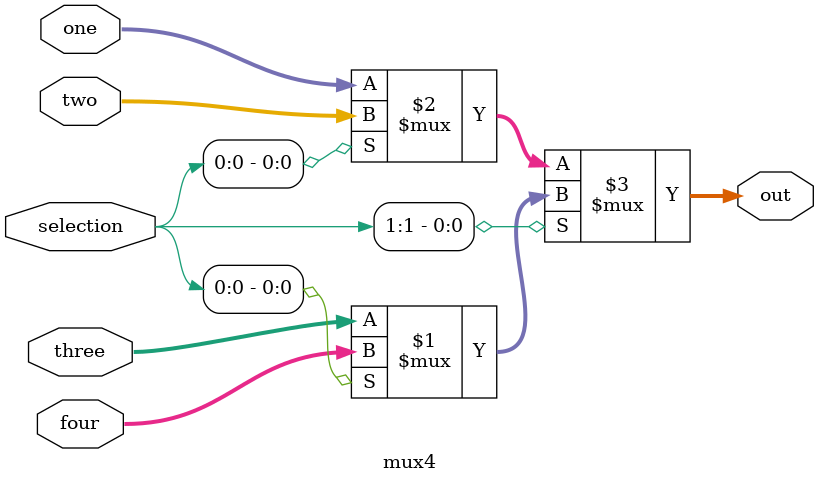
<source format=v>
`timescale 1ns / 1ps

module mux4 #(parameter WIDTH = 8) (
        input  wire [1:0]       selection,
        input  wire [WIDTH-1:0] one,
        input  wire [WIDTH-1:0] two,
        input  wire [WIDTH-1:0] three,
        input  wire [WIDTH-1:0] four,
        output wire [WIDTH-1:0] out
    );
    
    assign out = selection[1] ? (selection[0] ? four : three) : (selection[0] ? two : one);
    
endmodule

</source>
